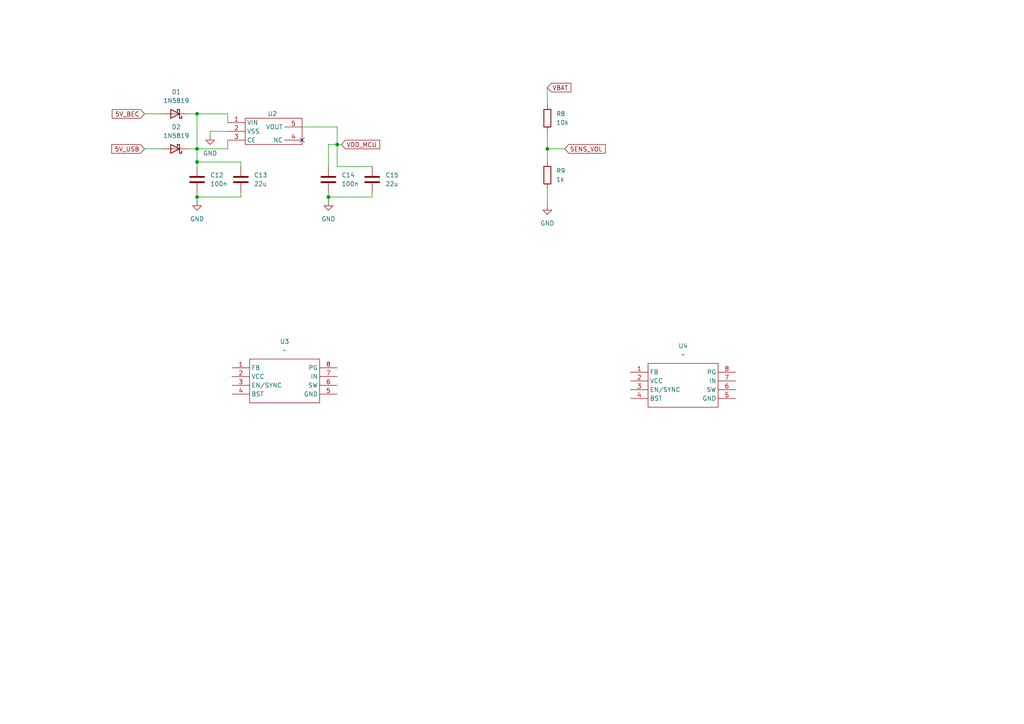
<source format=kicad_sch>
(kicad_sch (version 20250114) (generator "eeschema") (generator_version "9.0")
  (paper "A4")
  (lib_symbols
    (symbol "Device:C" (pin_numbers (hide yes)) (pin_names (offset 0.254))
      (property "Reference" "C" (at 0.635 2.54 0))
      (property "Value" "C" (at 0.635 -2.54 0))
      (symbol "C_0_1"
        (polyline (pts (xy -2.032 0.762) (xy 2.032 0.762)) (stroke (width 0.508)))
        (polyline (pts (xy -2.032 -0.762) (xy 2.032 -0.762)) (stroke (width 0.508)))
      )
      (symbol "C_1_1"
        (pin passive line (at 0 3.81 270) (length 2.794) (name "~") (number "1"))
        (pin passive line (at 0 -3.81 90) (length 2.794) (name "~") (number "2"))
      )
    )
    (symbol "Device:R" (pin_numbers (hide yes)) (pin_names (offset 0))
      (property "Reference" "R" (at 2.032 0 90))
      (property "Value" "R" (at 0 0 90))
      (symbol "R_0_1"
        (rectangle (start -1.016 -2.54) (end 1.016 2.54) (stroke (width 0.254)))
      )
      (symbol "R_1_1"
        (pin passive line (at 0 3.81 270) (length 1.27) (name "~") (number "1"))
        (pin passive line (at 0 -3.81 90) (length 1.27) (name "~") (number "2"))
      )
    )
    (symbol "Diode:1N5819" (pin_numbers (hide yes)) (pin_names (offset 1.016) (hide yes))
      (property "Reference" "D" (at 0 2.54 0))
      (property "Value" "1N5819" (at 0 -2.54 0))
      (symbol "1N5819_0_1"
        (polyline (pts (xy -1.905 0.635) (xy -1.905 1.27) (xy -1.27 1.27) (xy -1.27 -1.27) (xy -0.635 -1.27) (xy -0.635 -0.635)) (stroke (width 0.254)))
        (polyline (pts (xy 1.27 1.27) (xy 1.27 -1.27) (xy -1.27 0) (xy 1.27 1.27)) (stroke (width 0.254)))
        (polyline (pts (xy 1.27 0) (xy -1.27 0)))
      )
      (symbol "1N5819_1_1"
        (pin passive line (at -3.81 0 0) (length 2.54) (name "K") (number "1"))
        (pin passive line (at 3.81 0 180) (length 2.54) (name "A") (number "2"))
      )
    )
    (symbol "fclib:ME6217c33M5G"
      (property "Reference" "U" (at 0 0 0))
      (symbol "ME6217c33M5G_0_1"
        (rectangle (start 3.81 -2.54) (end 20.32 -10.16))
      )
      (symbol "ME6217c33M5G_1_1"
        (pin bidirectional line (at -1.27 -3.81 0) (length 5.08) (name "VIN") (number "1"))
        (pin bidirectional line (at -1.27 -6.35 0) (length 5.08) (name "VSS") (number "2"))
        (pin bidirectional line (at -1.27 -8.89 0) (length 5.08) (name "CE") (number "3"))
        (pin bidirectional line (at 20.32 -5.08 180) (length 5.08) (name "VOUT") (number "5"))
        (pin bidirectional line (at 20.32 -8.89 180) (length 5.08) (name "NC") (number "4"))
      )
    )
    (symbol "fclib:MP9943GQ-z"
      (property "Reference" "U" (at 0 0 0))
      (symbol "MP9943GQ-z_0_1"
        (rectangle (start 2.54 -2.54) (end 22.86 -15.24))
      )
      (symbol "MP9943GQ-z_1_1"
        (pin bidirectional line (at -2.54 -5.08 0) (length 5.08) (name "FB") (number "1"))
        (pin bidirectional line (at -2.54 -7.62 0) (length 5.08) (name "VCC") (number "2"))
        (pin bidirectional line (at -2.54 -10.16 0) (length 5.08) (name "EN/SYNC") (number "3"))
        (pin bidirectional line (at -2.54 -12.7 0) (length 5.08) (name "BST") (number "4"))
        (pin bidirectional line (at 27.94 -5.08 180) (length 5.08) (name "PG") (number "8"))
        (pin bidirectional line (at 27.94 -7.62 180) (length 5.08) (name "IN") (number "7"))
        (pin bidirectional line (at 27.94 -10.16 180) (length 5.08) (name "SW") (number "6"))
        (pin bidirectional line (at 27.94 -12.7 180) (length 5.08) (name "GND") (number "5"))
      )
    )
    (symbol "power:GND" (power) (pin_numbers (hide yes)) (pin_names (offset 0) (hide yes))
      (property "Value" "GND" (at 0 -3.81 0))
      (symbol "GND_0_1"
        (polyline (pts (xy 0 0) (xy 0 -1.27) (xy 1.27 -1.27) (xy 0 -2.54) (xy -1.27 -1.27) (xy 0 -1.27)))
      )
      (symbol "GND_1_1"
        (pin power_in line (at 0 0 270) (length 0) (name "~") (number "1"))
      )
    )
  )
  (junction (at 97.79 41.91))
  (junction (at 158.75 43.18))
  (junction (at 57.15 46.99))
  (junction (at 57.15 43.18))
  (junction (at 95.25 57.15))
  (junction (at 57.15 57.15))
  (junction (at 57.15 33.02))
  (no_connect (at 87.63 40.64))
  (wire (pts (xy 57.15 33.02) (xy 57.15 43.18)))
  (wire (pts (xy 69.85 57.15) (xy 57.15 57.15)))
  (wire (pts (xy 158.75 54.61) (xy 158.75 59.69)))
  (wire (pts (xy 54.61 33.02) (xy 57.15 33.02)))
  (wire (pts (xy 87.63 36.83) (xy 97.79 36.83)))
  (wire (pts (xy 66.04 38.1) (xy 60.96 38.1)))
  (wire (pts (xy 60.96 38.1) (xy 60.96 39.37)))
  (wire (pts (xy 158.75 38.1) (xy 158.75 43.18)))
  (wire (pts (xy 57.15 46.99) (xy 57.15 48.26)))
  (wire (pts (xy 158.75 43.18) (xy 163.83 43.18)))
  (wire (pts (xy 57.15 55.88) (xy 57.15 57.15)))
  (wire (pts (xy 107.95 57.15) (xy 95.25 57.15)))
  (wire (pts (xy 97.79 36.83) (xy 97.79 41.91)))
  (wire (pts (xy 158.75 25.4) (xy 158.75 30.48)))
  (wire (pts (xy 69.85 46.99) (xy 69.85 48.26)))
  (wire (pts (xy 57.15 33.02) (xy 66.04 33.02)))
  (wire (pts (xy 95.25 48.26) (xy 95.25 41.91)))
  (wire (pts (xy 97.79 41.91) (xy 99.06 41.91)))
  (wire (pts (xy 41.91 33.02) (xy 46.99 33.02)))
  (wire (pts (xy 66.04 43.18) (xy 57.15 43.18)))
  (wire (pts (xy 95.25 41.91) (xy 97.79 41.91)))
  (wire (pts (xy 57.15 57.15) (xy 57.15 58.42)))
  (wire (pts (xy 66.04 35.56) (xy 66.04 33.02)))
  (wire (pts (xy 107.95 48.26) (xy 97.79 48.26)))
  (wire (pts (xy 107.95 55.88) (xy 107.95 57.15)))
  (wire (pts (xy 41.91 43.18) (xy 46.99 43.18)))
  (wire (pts (xy 97.79 48.26) (xy 97.79 41.91)))
  (wire (pts (xy 66.04 40.64) (xy 66.04 43.18)))
  (wire (pts (xy 57.15 43.18) (xy 57.15 46.99)))
  (wire (pts (xy 57.15 43.18) (xy 54.61 43.18)))
  (wire (pts (xy 57.15 46.99) (xy 69.85 46.99)))
  (wire (pts (xy 158.75 43.18) (xy 158.75 46.99)))
  (wire (pts (xy 95.25 57.15) (xy 95.25 58.42)))
  (wire (pts (xy 69.85 55.88) (xy 69.85 57.15)))
  (wire (pts (xy 95.25 55.88) (xy 95.25 57.15)))
  (global_label "VBAT" (shape input) (at 158.75 25.4 0) (property "Intersheetrefs" "${INTERSHEET_REFS}" (effects (hide yes))))
  (global_label "SENS_VOL" (shape input) (at 163.83 43.18 0) (property "Intersheetrefs" "${INTERSHEET_REFS}" (effects (hide yes))))
  (global_label "VDD_MCU" (shape input) (at 99.06 41.91 0) (property "Intersheetrefs" "${INTERSHEET_REFS}" (effects (hide yes))))
  (global_label "5V_USB" (shape input) (at 41.91 43.18 180) (property "Intersheetrefs" "${INTERSHEET_REFS}" (effects (hide yes))))
  (global_label "5V_BEC" (shape input) (at 41.91 33.02 180) (property "Intersheetrefs" "${INTERSHEET_REFS}" (effects (hide yes))))
  (symbol (lib_id "Device:C") (at 95.25 52.07 0) (unit 1)
    (property "Reference" "C14" (at 99.06 50.7999 0) (effects (justify left)))
    (property "Value" "100n" (at 99.06 53.3399 0) (effects (justify left)))
    (property "Description" "Unpolarized capacitor" (effects (hide yes)))
  )
  (symbol (lib_id "Diode:1N5819") (at 50.8 33.02 180) (unit 1)
    (property "Reference" "D1" (at 51.1175 26.67 0))
    (property "Value" "1N5819" (at 51.1175 29.21 0))
    (property "Footprint" "Diode_THT:D_DO-41_SOD81_P10.16mm_Horizontal" (effects (hide yes)))
    (property "Datasheet" "http://www.vishay.com/docs/88525/1n5817.pdf" (effects (hide yes)))
    (property "Description" "40V 1A Schottky Barrier Rectifier Diode, DO-41" (effects (hide yes)))
  )
  (symbol (lib_id "fclib:MP9943GQ-z") (at 185.42 102.87 0) (unit 1)
    (property "Reference" "U4" (at 198.12 100.33 0))
    (property "Value" "~" (at 198.12 102.87 0))
  )
  (symbol (lib_id "power:GND") (at 57.15 58.42 0) (unit 1)
    (property "Reference" "#PWR09" (effects (hide yes)))
    (property "Value" "GND" (at 57.15 63.5 0))
    (property "Description" "Power symbol creates a global label with name \"GND\" , ground" (effects (hide yes)))
  )
  (symbol (lib_id "Device:C") (at 57.15 52.07 0) (unit 1)
    (property "Reference" "C12" (at 60.96 50.7999 0) (effects (justify left)))
    (property "Value" "100n" (at 60.96 53.3399 0) (effects (justify left)))
    (property "Description" "Unpolarized capacitor" (effects (hide yes)))
  )
  (symbol (lib_id "power:GND") (at 158.75 59.69 0) (unit 1)
    (property "Reference" "#PWR011" (effects (hide yes)))
    (property "Value" "GND" (at 158.75 64.77 0))
    (property "Description" "Power symbol creates a global label with name \"GND\" , ground" (effects (hide yes)))
  )
  (symbol (lib_id "power:GND") (at 60.96 39.37 0) (unit 1)
    (property "Reference" "#PWR08" (effects (hide yes)))
    (property "Value" "GND" (at 60.96 44.45 0))
    (property "Description" "Power symbol creates a global label with name \"GND\" , ground" (effects (hide yes)))
  )
  (symbol (lib_id "Device:C") (at 69.85 52.07 0) (unit 1)
    (property "Reference" "C13" (at 73.66 50.7999 0) (effects (justify left)))
    (property "Value" "22u" (at 73.66 53.3399 0) (effects (justify left)))
    (property "Description" "Unpolarized capacitor" (effects (hide yes)))
  )
  (symbol (lib_id "Device:C") (at 107.95 52.07 0) (unit 1)
    (property "Reference" "C15" (at 111.76 50.7999 0) (effects (justify left)))
    (property "Value" "22u" (at 111.76 53.3399 0) (effects (justify left)))
    (property "Description" "Unpolarized capacitor" (effects (hide yes)))
  )
  (symbol (lib_id "fclib:ME6217c33M5G") (at 67.31 31.75 0) (unit 1)
    (property "Reference" "U2" (at 78.994 33.02 0))
  )
  (symbol (lib_id "Device:R") (at 158.75 34.29 0) (unit 1)
    (property "Reference" "R8" (at 161.29 33.0199 0) (effects (justify left)))
    (property "Value" "10k" (at 161.29 35.5599 0) (effects (justify left)))
    (property "Description" "Resistor" (effects (hide yes)))
  )
  (symbol (lib_id "fclib:MP9943GQ-z") (at 69.85 101.6 0) (unit 1)
    (property "Reference" "U3" (at 82.55 99.06 0))
    (property "Value" "~" (at 82.55 101.6 0))
  )
  (symbol (lib_id "Diode:1N5819") (at 50.8 43.18 180) (unit 1)
    (property "Reference" "D2" (at 51.1175 36.83 0))
    (property "Value" "1N5819" (at 51.1175 39.37 0))
    (property "Footprint" "Diode_THT:D_DO-41_SOD81_P10.16mm_Horizontal" (effects (hide yes)))
    (property "Datasheet" "http://www.vishay.com/docs/88525/1n5817.pdf" (effects (hide yes)))
    (property "Description" "40V 1A Schottky Barrier Rectifier Diode, DO-41" (effects (hide yes)))
  )
  (symbol (lib_id "Device:R") (at 158.75 50.8 0) (unit 1)
    (property "Reference" "R9" (at 161.29 49.5299 0) (effects (justify left)))
    (property "Value" "1k" (at 161.29 52.0699 0) (effects (justify left)))
    (property "Description" "Resistor" (effects (hide yes)))
  )
  (symbol (lib_id "power:GND") (at 95.25 58.42 0) (unit 1)
    (property "Reference" "#PWR010" (effects (hide yes)))
    (property "Value" "GND" (at 95.25 63.5 0))
    (property "Description" "Power symbol creates a global label with name \"GND\" , ground" (effects (hide yes)))
  )
)
</source>
